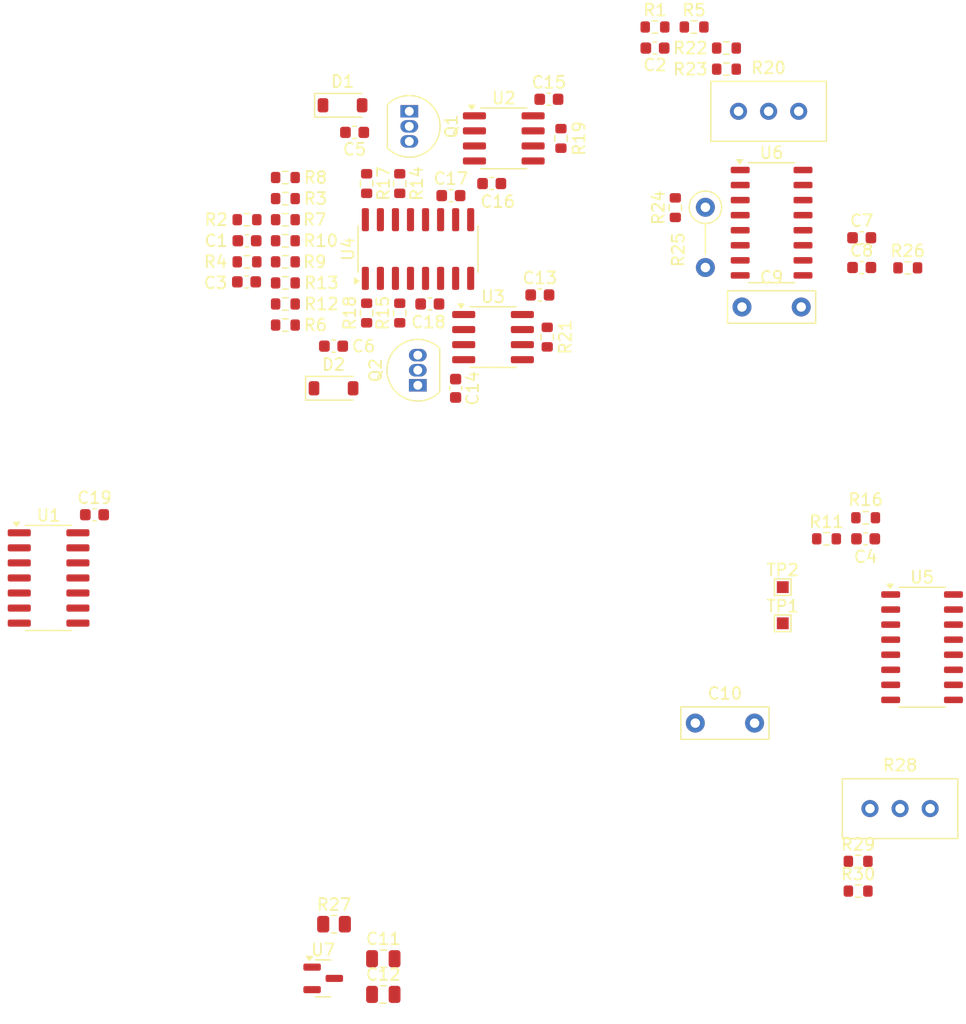
<source format=kicad_pcb>
(kicad_pcb (version 20241229) (generator "pcbnew") (generator_version "9.0")
  (layers (0 "F.Cu" signal) (2 "B.Cu" signal) (13 "F.Paste" user) (15 "B.Paste" user) (5 "F.SilkS" user "F.Silkscreen") (7 "B.SilkS" user "B.Silkscreen") (1 "F.Mask" user) (3 "B.Mask" user) (25 "Edge.Cuts" user))
  (net 0 "")
  (net 1 "GND")
  (net 2 "Net-(C1-Pad1)")
  (net 3 "+5V")
  (net 4 "Net-(D1-K)")
  (net 5 "Net-(D1-A)")
  (net 6 "+2V5")
  (net 7 "-12V")
  (net 8 "Net-(D2-A)")
  (net 9 "Net-(D2-K)")
  (net 10 "Net-(Q1-B)")
  (net 11 "Net-(Q1-C)")
  (net 12 "Net-(Q2-B)")
  (net 13 "Net-(Q2-C)")
  (net 14 "/Pitch_CV_A")
  (net 15 "Net-(U4A--)")
  (net 16 "/PMOD_A_AMT")
  (net 17 "Net-(U4A-+)")
  (net 18 "Net-(U3B--)")
  (net 19 "/PMOD_B_AMT")
  (net 20 "Net-(U4C--)")
  (net 21 "Net-(U4C-+)")
  (net 28 "/PMOD_A_EN")
  (net 29 "/PMOD_B_IN")
  (net 30 "/PMOD_B_EN")
  (net 31 "/PMOD_A_IN")
  (net 32 "Net-(C1-Pad2)")
  (net 33 "Net-(C2-Pad1)")
  (net 34 "Net-(C3-Pad2)")
  (net 35 "Net-(C3-Pad1)")
  (net 36 "Net-(C4-Pad1)")
  (net 37 "Net-(U6-SOFT_SYNC)")
  (net 39 "Net-(U6-HARD_SYNC)")
  (net 43 "Net-(R2-Pad2)")
  (net 44 "Net-(R3-Pad1)")
  (net 45 "Net-(R4-Pad2)")
  (net 46 "Net-(R12-Pad2)")
  (net 47 "Net-(R17-Pad2)")
  (net 48 "Net-(R18-Pad2)")
  (net 49 "Net-(U2B--)")
  (net 50 "Net-(R20-Pad2)")
  (net 51 "Net-(U6-HF_TRACK)")
  (net 85 "/A_EXPO_IN")
  (net 86 "/Pitch_CV_B")
  (net 87 "/B_EXPO_IN")
  (net 88 "Net-(R28-Pad2)")
  (net 89 "Net-(U6-TCAP)")
  (footprint "Package_TO_SOT_THT:TO-92_Inline" (layer "F.Cu") (at 118.474 112.014 90)
    (property "Reference" "Q2" (at 1.27 -3.56 90) (layer "F.SilkS"))
    (property "Value" "2N3906")
    (fp_line (start -0.53 1.85) (end 3.07 1.85) (stroke (width 0.12)) (layer "F.SilkS"))
    (fp_arc (start 1.27 -2.6) (mid 3.672087 -0.994977) (end 3.108478 1.838478) (stroke (width 0.12)) (layer "F.SilkS"))
    (fp_arc (start -0.568478 1.838478) (mid -1.132087 -0.994977) (end 1.27 -2.6) (stroke (width 0.12)) (layer "F.SilkS"))
    (pad "1" thru_hole rect (at 0 0 90) (size 1.05 1.5) (drill 0.75) (layers "*.Cu" "*.Mask") (net 8 "Net-(D2-A)"))
    (pad "2" thru_hole oval (at 1.27 0 90) (size 1.05 1.5) (drill 0.75) (layers "*.Cu" "*.Mask") (net 12 "Net-(Q2-B)"))
    (pad "3" thru_hole oval (at 2.54 0 90) (size 1.05 1.5) (drill 0.75) (layers "*.Cu" "*.Mask") (net 13 "Net-(Q2-C)"))
  )
  (footprint "Resistor_SMD:R_0603_1608Metric" (layer "F.Cu") (at 107.298 101.6)
    (property "Reference" "R9" (at 2.477 0 0) (layer "F.SilkS"))
    (property "Value" "3.9k")
    (fp_line (start -0.237258 -0.5225) (end 0.237258 -0.5225) (stroke (width 0.12)) (layer "F.SilkS"))
    (fp_line (start -0.237258 0.5225) (end 0.237258 0.5225) (stroke (width 0.12)) (layer "F.SilkS"))
    (pad "1" smd roundrect (at -0.825 0) (size 0.8 0.95) (layers "F.Cu" "F.Mask" "F.Paste") (net 45 "Net-(R4-Pad2)"))
    (pad "2" smd roundrect (at 0.825 0) (size 0.8 0.95) (layers "F.Cu" "F.Mask" "F.Paste") (net 20 "Net-(U4C--)"))
  )
  (footprint "Capacitor_SMD:C_0603_1608Metric" (layer "F.Cu") (at 138.493 83.566 180)
    (property "Reference" "C2" (at 0 -1.43 0) (layer "F.SilkS"))
    (property "Value" "220nF")
    (fp_line (start -0.14058 0.51) (end 0.14058 0.51) (stroke (width 0.12)) (layer "F.SilkS"))
    (fp_line (start -0.14058 -0.51) (end 0.14058 -0.51) (stroke (width 0.12)) (layer "F.SilkS"))
    (pad "1" smd roundrect (at -0.775 0 180) (size 0.9 0.95) (layers "F.Cu" "F.Mask" "F.Paste") (net 33 "Net-(C2-Pad1)"))
    (pad "2" smd roundrect (at 0.775 0 180) (size 0.9 0.95) (layers "F.Cu" "F.Mask" "F.Paste") (net 1 "GND"))
  )
  (footprint "Diode_SMD:D_SOD-123" (layer "F.Cu") (at 111.362 112.268)
    (property "Reference" "D2" (at 0 -2 0) (layer "F.SilkS"))
    (property "Value" "1N4148W")
    (fp_line (start -2.36 -1) (end -2.36 1) (stroke (width 0.12)) (layer "F.SilkS"))
    (fp_line (start -2.36 -1) (end 1.65 -1) (stroke (width 0.12)) (layer "F.SilkS"))
    (fp_line (start -2.36 1) (end 1.65 1) (stroke (width 0.12)) (layer "F.SilkS"))
    (pad "1" smd roundrect (at -1.65 0) (size 0.9 1.2) (layers "F.Cu" "F.Mask" "F.Paste") (net 9 "Net-(D2-K)"))
    (pad "2" smd roundrect (at 1.65 0) (size 0.9 1.2) (layers "F.Cu" "F.Mask" "F.Paste") (net 8 "Net-(D2-A)"))
  )
  (footprint "Resistor_SMD:R_0603_1608Metric" (layer "F.Cu") (at 107.298 96.266 180)
    (property "Reference" "R3" (at -2.54 0 0) (layer "F.SilkS"))
    (property "Value" "10k")
    (fp_line (start -0.237258 0.5225) (end 0.237258 0.5225) (stroke (width 0.12)) (layer "F.SilkS"))
    (fp_line (start -0.237258 -0.5225) (end 0.237258 -0.5225) (stroke (width 0.12)) (layer "F.SilkS"))
    (pad "1" smd roundrect (at -0.825 0 180) (size 0.8 0.95) (layers "F.Cu" "F.Mask" "F.Paste") (net 44 "Net-(R3-Pad1)"))
    (pad "2" smd roundrect (at 0.825 0 180) (size 0.8 0.95) (layers "F.Cu" "F.Mask" "F.Paste") (net 16 "/PMOD_A_AMT"))
  )
  (footprint "Resistor_SMD:R_0603_1608Metric" (layer "F.Cu") (at 107.298 98.044)
    (property "Reference" "R7" (at 2.477 0 0) (layer "F.SilkS"))
    (property "Value" "3.9k")
    (fp_line (start -0.237258 -0.5225) (end 0.237258 -0.5225) (stroke (width 0.12)) (layer "F.SilkS"))
    (fp_line (start -0.237258 0.5225) (end 0.237258 0.5225) (stroke (width 0.12)) (layer "F.SilkS"))
    (pad "1" smd roundrect (at -0.825 0) (size 0.8 0.95) (layers "F.Cu" "F.Mask" "F.Paste") (net 43 "Net-(R2-Pad2)"))
    (pad "2" smd roundrect (at 0.825 0) (size 0.8 0.95) (layers "F.Cu" "F.Mask" "F.Paste") (net 15 "Net-(U4A--)"))
  )
  (footprint "Resistor_SMD:R_0603_1608Metric" (layer "F.Cu") (at 138.493 81.788)
    (property "Reference" "R1" (at 0 -1.43 0) (layer "F.SilkS"))
    (property "Value" "680")
    (fp_line (start -0.237258 -0.5225) (end 0.237258 -0.5225) (stroke (width 0.12)) (layer "F.SilkS"))
    (fp_line (start -0.237258 0.5225) (end 0.237258 0.5225) (stroke (width 0.12)) (layer "F.SilkS"))
    (pad "1" smd roundrect (at -0.825 0) (size 0.8 0.95) (layers "F.Cu" "F.Mask" "F.Paste") (net 14 "/Pitch_CV_A"))
    (pad "2" smd roundrect (at 0.825 0) (size 0.8 0.95) (layers "F.Cu" "F.Mask" "F.Paste") (net 33 "Net-(C2-Pad1)"))
  )
  (footprint "Capacitor_SMD:C_0603_1608Metric" (layer "F.Cu") (at 104.018 103.288 180)
    (property "Reference" "C3" (at 2.616 -0.09 0) (layer "F.SilkS"))
    (property "Value" "470nF")
    (fp_line (start -0.14058 0.51) (end 0.14058 0.51) (stroke (width 0.12)) (layer "F.SilkS"))
    (fp_line (start -0.14058 -0.51) (end 0.14058 -0.51) (stroke (width 0.12)) (layer "F.SilkS"))
    (pad "1" smd roundrect (at -0.775 0 180) (size 0.9 0.95) (layers "F.Cu" "F.Mask" "F.Paste") (net 35 "Net-(C3-Pad1)"))
    (pad "2" smd roundrect (at 0.775 0 180) (size 0.9 0.95) (layers "F.Cu" "F.Mask" "F.Paste") (net 34 "Net-(C3-Pad2)"))
  )
  (footprint "Package_TO_SOT_SMD:SOT-23" (layer "F.Cu") (at 110.49 162.052)
    (property "Reference" "U7" (at 0 -2.4 0) (layer "F.SilkS"))
    (property "Value" "LM4040DBZ-2.5")
    (fp_line (start 0 -1.56) (end -0.65 -1.56) (stroke (width 0.12)) (layer "F.SilkS"))
    (fp_line (start 0 -1.56) (end 0.65 -1.56) (stroke (width 0.12)) (layer "F.SilkS"))
    (fp_line (start 0 1.56) (end -0.65 1.56) (stroke (width 0.12)) (layer "F.SilkS"))
    (fp_line (start 0 1.56) (end 0.65 1.56) (stroke (width 0.12)) (layer "F.SilkS"))
    (fp_poly (pts (xy -1.1625 -1.51) (xy -1.4025 -1.84) (xy -0.9225 -1.84)) (stroke (width 0.12)) (fill yes) (layer "F.SilkS"))
    (pad "1" smd roundrect (at -0.9375 -0.95) (size 1.475 0.6) (layers "F.Cu" "F.Mask" "F.Paste") (net 6 "+2V5"))
    (pad "2" smd roundrect (at -0.9375 0.95) (size 1.475 0.6) (layers "F.Cu" "F.Mask" "F.Paste") (net 1 "GND"))
    (pad "3" smd roundrect (at 0.9375 0) (size 1.475 0.6) (layers "F.Cu" "F.Mask" "F.Paste"))
  )
  (footprint "Capacitor_SMD:C_0603_1608Metric" (layer "F.Cu") (at 91.186 122.936)
    (property "Reference" "C19" (at 0 -1.43 0) (layer "F.SilkS"))
    (property "Value" "0.1uf")
    (fp_line (start -0.14058 -0.51) (end 0.14058 -0.51) (stroke (width 0.12)) (layer "F.SilkS"))
    (fp_line (start -0.14058 0.51) (end 0.14058 0.51) (stroke (width 0.12)) (layer "F.SilkS"))
    (pad "1" smd roundrect (at -0.775 0) (size 0.9 0.95) (layers "F.Cu" "F.Mask" "F.Paste") (net 3 "+5V"))
    (pad "2" smd roundrect (at 0.775 0) (size 0.9 0.95) (layers "F.Cu" "F.Mask" "F.Paste") (net 1 "GND"))
  )
  (footprint "Capacitor_SMD:C_0603_1608Metric" (layer "F.Cu") (at 111.362 108.712)
    (property "Reference" "C6" (at 2.54 0 0) (layer "F.SilkS"))
    (property "Value" "1nF")
    (fp_line (start -0.14058 -0.51) (end 0.14058 -0.51) (stroke (width 0.12)) (layer "F.SilkS"))
    (fp_line (start -0.14058 0.51) (end 0.14058 0.51) (stroke (width 0.12)) (layer "F.SilkS"))
    (pad "1" smd roundrect (at -0.775 0) (size 0.9 0.95) (layers "F.Cu" "F.Mask" "F.Paste") (net 9 "Net-(D2-K)"))
    (pad "2" smd roundrect (at 0.775 0) (size 0.9 0.95) (layers "F.Cu" "F.Mask" "F.Paste") (net 8 "Net-(D2-A)"))
  )
  (footprint "Potentiometer_THT:Potentiometer_Bourns_3296W_Vertical" (layer "F.Cu") (at 150.622 88.9)
    (property "Reference" "R20" (at -2.54 -3.66 0) (layer "F.SilkS"))
    (property "Value" "5k")
    (fp_line (start -7.415 -2.52) (end 2.335 -2.52) (stroke (width 0.12)) (layer "F.SilkS"))
    (fp_line (start -7.415 2.53) (end -7.415 -2.52) (stroke (width 0.12)) (layer "F.SilkS"))
    (fp_line (start 2.335 -2.52) (end 2.335 2.53) (stroke (width 0.12)) (layer "F.SilkS"))
    (fp_line (start 2.335 2.53) (end -7.415 2.53) (stroke (width 0.12)) (layer "F.SilkS"))
    (pad "1" thru_hole circle (at 0 0) (size 1.44 1.44) (drill 0.8) (layers "*.Cu" "*.Mask") (net 6 "+2V5"))
    (pad "2" thru_hole circle (at -2.54 0) (size 1.44 1.44) (drill 0.8) (layers "*.Cu" "*.Mask") (net 50 "Net-(R20-Pad2)"))
    (pad "3" thru_hole circle (at -5.08 0) (size 1.44 1.44) (drill 0.8) (layers "*.Cu" "*.Mask") (net 1 "GND"))
  )
  (footprint "TestPoint:TestPoint_Pad_1.0x1.0mm" (layer "F.Cu") (at 149.276 132.095)
    (property "Reference" "TP1" (at 0 -1.448 0) (layer "F.SilkS"))
    (property "Value" "2V5 TP")
    (fp_line (start -0.7 -0.7) (end 0.7 -0.7) (stroke (width 0.12)) (layer "F.SilkS"))
    (fp_line (start -0.7 0.7) (end -0.7 -0.7) (stroke (width 0.12)) (layer "F.SilkS"))
    (fp_line (start 0.7 -0.7) (end 0.7 0.7) (stroke (width 0.12)) (layer "F.SilkS"))
    (fp_line (start 0.7 0.7) (end -0.7 0.7) (stroke (width 0.12)) (layer "F.SilkS"))
    (pad "1" smd rect (at 0 0) (size 1 1) (layers "F.Cu" "F.Mask") (net 85 "/A_EXPO_IN"))
  )
  (footprint "Capacitor_SMD:C_0603_1608Metric" (layer "F.Cu") (at 155.943 102.078)
    (property "Reference" "C8" (at 0 -1.43 0) (layer "F.SilkS"))
    (property "Value" "10n")
    (fp_line (start -0.14058 -0.51) (end 0.14058 -0.51) (stroke (width 0.12)) (layer "F.SilkS"))
    (fp_line (start -0.14058 0.51) (end 0.14058 0.51) (stroke (width 0.12)) (layer "F.SilkS"))
    (pad "1" smd roundrect (at -0.775 0) (size 0.9 0.95) (layers "F.Cu" "F.Mask" "F.Paste"))
    (pad "2" smd roundrect (at 0.775 0) (size 0.9 0.95) (layers "F.Cu" "F.Mask" "F.Paste") (net 39 "Net-(U6-HARD_SYNC)"))
  )
  (footprint "Package_TO_SOT_THT:TO-92_Inline" (layer "F.Cu") (at 117.754 88.9 -90)
    (property "Reference" "Q1" (at 1.27 -3.56 90) (layer "F.SilkS"))
    (property "Value" "2N3906")
    (fp_line (start -0.53 1.85) (end 3.07 1.85) (stroke (width 0.12)) (layer "F.SilkS"))
    (fp_arc (start -0.568478 1.838478) (mid -1.132087 -0.994977) (end 1.27 -2.6) (stroke (width 0.12)) (layer "F.SilkS"))
    (fp_arc (start 1.27 -2.6) (mid 3.672087 -0.994977) (end 3.108478 1.838478) (stroke (width 0.12)) (layer "F.SilkS"))
    (pad "1" thru_hole rect (at 0 0 270) (size 1.05 1.5) (drill 0.75) (layers "*.Cu" "*.Mask") (net 5 "Net-(D1-A)"))
    (pad "2" thru_hole oval (at 1.27 0 270) (size 1.05 1.5) (drill 0.75) (layers "*.Cu" "*.Mask") (net 10 "Net-(Q1-B)"))
    (pad "3" thru_hole oval (at 2.54 0 270) (size 1.05 1.5) (drill 0.75) (layers "*.Cu" "*.Mask") (net 11 "Net-(Q1-C)"))
  )
  (footprint "Resistor_SMD:R_0603_1608Metric" (layer "F.Cu") (at 141.795 81.788)
    (property "Reference" "R5" (at 0 -1.43 0) (layer "F.SilkS"))
    (property "Value" "20k")
    (fp_line (start -0.237258 -0.5225) (end 0.237258 -0.5225) (stroke (width 0.12)) (layer "F.SilkS"))
    (fp_line (start -0.237258 0.5225) (end 0.237258 0.5225) (stroke (width 0.12)) (layer "F.SilkS"))
    (pad "1" smd roundrect (at -0.825 0) (size 0.8 0.95) (layers "F.Cu" "F.Mask" "F.Paste") (net 33 "Net-(C2-Pad1)"))
    (pad "2" smd roundrect (at 0.825 0) (size 0.8 0.95) (layers "F.Cu" "F.Mask" "F.Paste") (net 85 "/A_EXPO_IN"))
  )
  (footprint "Package_SO:SOIC-8_3.9x4.9mm_P1.27mm" (layer "F.Cu") (at 125.73 91.186)
    (property "Reference" "U2" (at 0 -3.4 0) (layer "F.SilkS"))
    (property "Value" "OPA1678")
    (fp_line (start 0 -2.56) (end -1.95 -2.56) (stroke (width 0.12)) (layer "F.SilkS"))
    (fp_line (start 0 -2.56) (end 1.95 -2.56) (stroke (width 0.12)) (layer "F.SilkS"))
    (fp_line (start 0 2.56) (end -1.95 2.56) (stroke (width 0.12)) (layer "F.SilkS"))
    (fp_line (start 0 2.56) (end 1.95 2.56) (stroke (width 0.12)) (layer "F.SilkS"))
    (fp_poly (pts (xy -2.7 -2.465) (xy -2.94 -2.795) (xy -2.46 -2.795)) (stroke (width 0.12)) (fill yes) (layer "F.SilkS"))
    (pad "1" smd roundrect (at -2.475 -1.905) (size 1.95 0.6) (layers "F.Cu" "F.Mask" "F.Paste") (net 10 "Net-(Q1-B)"))
    (pad "2" smd roundrect (at -2.475 -0.635) (size 1.95 0.6) (layers "F.Cu" "F.Mask" "F.Paste") (net 4 "Net-(D1-K)"))
    (pad "3" smd roundrect (at -2.475 0.635) (size 1.95 0.6) (layers "F.Cu" "F.Mask" "F.Paste") (net 1 "GND"))
    (pad "4" smd roundrect (at -2.475 1.905) (size 1.95 0.6) (layers "F.Cu" "F.Mask" "F.Paste") (net 7 "-12V"))
    (pad "5" smd roundrect (at 2.475 1.905) (size 1.95 0.6) (layers "F.Cu" "F.Mask" "F.Paste") (net 1 "GND"))
    (pad "6" smd roundrect (at 2.475 0.635) (size 1.95 0.6) (layers "F.Cu" "F.Mask" "F.Paste") (net 49 "Net-(U2B--)"))
    (pad "7" smd roundrect (at 2.475 -0.635) (size 1.95 0.6) (layers "F.Cu" "F.Mask" "F.Paste") (net 85 "/A_EXPO_IN"))
    (pad "8" smd roundrect (at 2.475 -1.905) (size 1.95 0.6) (layers "F.Cu" "F.Mask" "F.Paste") (net 3 "+5V"))
  )
  (footprint "Package_SO:SOIC-8_3.9x4.9mm_P1.27mm" (layer "F.Cu") (at 124.824 107.95)
    (property "Reference" "U3" (at 0 -3.4 0) (layer "F.SilkS"))
    (property "Value" "OPA1678")
    (fp_line (start 0 -2.56) (end -1.95 -2.56) (stroke (width 0.12)) (layer "F.SilkS"))
    (fp_line (start 0 -2.56) (end 1.95 -2.56) (stroke (width 0.12)) (layer "F.SilkS"))
    (fp_line (start 0 2.56) (end -1.95 2.56) (stroke (width 0.12)) (layer "F.SilkS"))
    (fp_line (start 0 2.56) (end 1.95 2.56) (stroke (width 0.12)) (layer "F.SilkS"))
    (fp_poly (pts (xy -2.7 -2.465) (xy -2.94 -2.795) (xy -2.46 -2.795)) (stroke (width 0.12)) (fill yes) (layer "F.SilkS"))
    (pad "1" smd roundrect (at -2.475 -1.905) (size 1.95 0.6) (layers "F.Cu" "F.Mask" "F.Paste") (net 12 "Net-(Q2-B)"))
    (pad "2" smd roundrect (at -2.475 -0.635) (size 1.95 0.6) (layers "F.Cu" "F.Mask" "F.Paste") (net 9 "Net-(D2-K)"))
    (pad "3" smd roundrect (at -2.475 0.635) (size 1.95 0.6) (layers "F.Cu" "F.Mask" "F.Paste") (net 1 "GND"))
    (pad "4" smd roundrect (at -2.475 1.905) (size 1.95 0.6) (layers "F.Cu" "F.Mask" "F.Paste") (net 7 "-12V"))
    (pad "5" smd roundrect (at 2.475 1.905) (size 1.95 0.6) (layers "F.Cu" "F.Mask" "F.Paste") (net 1 "GND"))
    (pad "6" smd roundrect (at 2.475 0.635) (size 1.95 0.6) (layers "F.Cu" "F.Mask" "F.Paste") (net 18 "Net-(U3B--)"))
    (pad "7" smd roundrect (at 2.475 -0.635) (size 1.95 0.6) (layers "F.Cu" "F.Mask" "F.Paste") (net 87 "/B_EXPO_IN"))
    (pad "8" smd roundrect (at 2.475 -1.905) (size 1.95 0.6) (layers "F.Cu" "F.Mask" "F.Paste") (net 3 "+5V"))
  )
  (footprint "Resistor_SMD:R_0603_1608Metric" (layer "F.Cu") (at 152.971 124.968)
    (property "Reference" "R11" (at 0 -1.43 0) (layer "F.SilkS"))
    (property "Value" "680")
    (fp_line (start -0.237258 -0.5225) (end 0.237258 -0.5225) (stroke (width 0.12)) (layer "F.SilkS"))
    (fp_line (start -0.237258 0.5225) (end 0.237258 0.5225) (stroke (width 0.12)) (layer "F.SilkS"))
    (pad "1" smd roundrect (at -0.825 0) (size 0.8 0.95) (layers "F.Cu" "F.Mask" "F.Paste") (net 86 "/Pitch_CV_B"))
    (pad "2" smd roundrect (at 0.825 0) (size 0.8 0.95) (layers "F.Cu" "F.Mask" "F.Paste") (net 36 "Net-(C4-Pad1)"))
  )
  (footprint "Diode_SMD:D_SOD-123" (layer "F.Cu") (at 112.124 88.392)
    (property "Reference" "D1" (at 0 -2 0) (layer "F.SilkS"))
    (property "Value" "1N4148W")
    (fp_line (start -2.36 -1) (end -2.36 1) (stroke (width 0.12)) (layer "F.SilkS"))
    (fp_line (start -2.36 -1) (end 1.65 -1) (stroke (width 0.12)) (layer "F.SilkS"))
    (fp_line (start -2.36 1) (end 1.65 1) (stroke (width 0.12)) (layer "F.SilkS"))
    (pad "1" smd roundrect (at -1.65 0) (size 0.9 1.2) (layers "F.Cu" "F.Mask" "F.Paste") (net 4 "Net-(D1-K)"))
    (pad "2" smd roundrect (at 1.65 0) (size 0.9 1.2) (layers "F.Cu" "F.Mask" "F.Paste") (net 5 "Net-(D1-A)"))
  )
  (footprint "Capacitor_SMD:C_0805_2012Metric" (layer "F.Cu") (at 115.562 163.404)
    (property "Reference" "C12" (at 0 -1.68 0) (layer "F.SilkS"))
    (property "Value" "1uf")
    (fp_line (start -0.261252 -0.735) (end 0.261252 -0.735) (stroke (width 0.12)) (layer "F.SilkS"))
    (fp_line (start -0.261252 0.735) (end 0.261252 0.735) (stroke (width 0.12)) (layer "F.SilkS"))
    (pad "1" smd roundrect (at -0.95 0) (size 1 1.45) (layers "F.Cu" "F.Mask" "F.Paste") (net 6 "+2V5"))
    (pad "2" smd roundrect (at 0.95 0) (size 1 1.45) (layers "F.Cu" "F.Mask" "F.Paste") (net 1 "GND"))
  )
  (footprint "Resistor_SMD:R_0603_1608Metric" (layer "F.Cu") (at 116.95 94.996 -90)
    (property "Reference" "R14" (at 0 -1.43 90) (layer "F.SilkS"))
    (property "Value" "1k")
    (fp_line (start -0.237258 0.5225) (end 0.237258 0.5225) (stroke (width 0.12)) (layer "F.SilkS"))
    (fp_line (start -0.237258 -0.5225) (end 0.237258 -0.5225) (stroke (width 0.12)) (layer "F.SilkS"))
    (pad "1" smd roundrect (at -0.825 0 270) (size 0.8 0.95) (layers "F.Cu" "F.Mask" "F.Paste") (net 1 "GND"))
    (pad "2" smd roundrect (at 0.825 0 270) (size 0.8 0.95) (layers "F.Cu" "F.Mask" "F.Paste") (net 17 "Net-(U4A-+)"))
  )
  (footprint "Resistor_SMD:R_0603_1608Metric" (layer "F.Cu") (at 114.156 94.996 -90)
    (property "Reference" "R17" (at 0 -1.43 90) (layer "F.SilkS"))
    (property "Value" "6.8k")
    (fp_line (start -0.237258 0.5225) (end 0.237258 0.5225) (stroke (width 0.12)) (layer "F.SilkS"))
    (fp_line (start -0.237258 -0.5225) (end 0.237258 -0.5225) (stroke (width 0.12)) (layer "F.SilkS"))
    (pad "1" smd roundrect (at -0.825 0 270) (size 0.8 0.95) (layers "F.Cu" "F.Mask" "F.Paste") (net 11 "Net-(Q1-C)"))
    (pad "2" smd roundrect (at 0.825 0 270) (size 0.8 0.95) (layers "F.Cu" "F.Mask" "F.Paste") (net 47 "Net-(R17-Pad2)"))
  )
  (footprint "Capacitor_SMD:C_0603_1608Metric" (layer "F.Cu") (at 121.268 96.012)
    (property "Reference" "C17" (at 0 -1.43 0) (layer "F.SilkS"))
    (property "Value" "0.1uf")
    (fp_line (start -0.14058 -0.51) (end 0.14058 -0.51) (stroke (width 0.12)) (layer "F.SilkS"))
    (fp_line (start -0.14058 0.51) (end 0.14058 0.51) (stroke (width 0.12)) (layer "F.SilkS"))
    (pad "1" smd roundrect (at -0.775 0) (size 0.9 0.95) (layers "F.Cu" "F.Mask" "F.Paste") (net 3 "+5V"))
    (pad "2" smd roundrect (at 0.775 0) (size 0.9 0.95) (layers "F.Cu" "F.Mask" "F.Paste") (net 1 "GND"))
  )
  (footprint "Resistor_SMD:R_0603_1608Metric" (layer "F.Cu") (at 107.298 103.378 180)
    (property "Reference" "R13" (at -3.048 0 0) (layer "F.SilkS"))
    (property "Value" "1k")
    (fp_line (start -0.237258 0.5225) (end 0.237258 0.5225) (stroke (width 0.12)) (layer "F.SilkS"))
    (fp_line (start -0.237258 -0.5225) (end 0.237258 -0.5225) (stroke (width 0.12)) (layer "F.SilkS"))
    (pad "1" smd roundrect (at -0.825 0 180) (size 0.8 0.95) (layers "F.Cu" "F.Mask" "F.Paste") (net 1 "GND"))
    (pad "2" smd roundrect (at 0.825 0 180) (size 0.8 0.95) (layers "F.Cu" "F.Mask" "F.Paste") (net 20 "Net-(U4C--)"))
  )
  (footprint "TestPoint:TestPoint_Pad_1.0x1.0mm" (layer "F.Cu") (at 149.276 129.045)
    (property "Reference" "TP2" (at 0 -1.448 0) (layer "F.SilkS"))
    (property "Value" "2V5 TP")
    (fp_line (start -0.7 -0.7) (end 0.7 -0.7) (stroke (width 0.12)) (layer "F.SilkS"))
    (fp_line (start -0.7 0.7) (end -0.7 -0.7) (stroke (width 0.12)) (layer "F.SilkS"))
    (fp_line (start 0.7 -0.7) (end 0.7 0.7) (stroke (width 0.12)) (layer "F.SilkS"))
    (fp_line (start 0.7 0.7) (end -0.7 0.7) (stroke (width 0.12)) (layer "F.SilkS"))
    (pad "1" smd rect (at 0 0) (size 1 1) (layers "F.Cu" "F.Mask") (net 6 "+2V5"))
  )
  (footprint "Capacitor_THT:C_Rect_L7.2mm_W2.5mm_P5.00mm_FKS2_FKP2_MKS2_MKP2" (layer "F.Cu") (at 141.896 140.515)
    (property "Reference" "C10" (at 2.5 -2.5 0) (layer "F.SilkS"))
    (property "Value" "3.9nf")
    (fp_line (start -1.22 -1.37) (end 6.22 -1.37) (stroke (width 0.12)) (layer "F.SilkS"))
    (fp_line (start -1.22 1.37) (end -1.22 -1.37) (stroke (width 0.12)) (layer "F.SilkS"))
    (fp_line (start 6.22 -1.37) (end 6.22 1.37) (stroke (width 0.12)) (layer "F.SilkS"))
    (fp_line (start 6.22 1.37) (end -1.22 1.37) (stroke (width 0.12)) (layer "F.SilkS"))
    (pad "1" thru_hole circle (at 0 0) (size 1.6 1.6) (drill 0.8) (layers "*.Cu" "*.Mask"))
    (pad "2" thru_hole circle (at 5 0) (size 1.6 1.6) (drill 0.8) (layers "*.Cu" "*.Mask"))
  )
  (footprint "Potentiometer_THT:Potentiometer_Bourns_3296W_Vertical" (layer "F.Cu") (at 161.719 147.726)
    (property "Reference" "R28" (at -2.54 -3.66 0) (layer "F.SilkS"))
    (property "Value" "5k")
    (fp_line (start -7.415 -2.52) (end 2.335 -2.52) (stroke (width 0.12)) (layer "F.SilkS"))
    (fp_line (start -7.415 2.53) (end -7.415 -2.52) (stroke (width 0.12)) (layer "F.SilkS"))
    (fp_line (start 2.335 -2.52) (end 2.335 2.53) (stroke (width 0.12)) (layer "F.SilkS"))
    (fp_line (start 2.335 2.53) (end -7.415 2.53) (stroke (width 0.12)) (layer "F.SilkS"))
    (pad "1" thru_hole circle (at 0 0) (size 1.44 1.44) (drill 0.8) (layers "*.Cu" "*.Mask") (net 6 "+2V5"))
    (pad "2" thru_hole circle (at -2.54 0) (size 1.44 1.44) (drill 0.8) (layers "*.Cu" "*.Mask") (net 88 "Net-(R28-Pad2)"))
    (pad "3" thru_hole circle (at -5.08 0) (size 1.44 1.44) (drill 0.8) (layers "*.Cu" "*.Mask") (net 1 "GND"))
  )
  (footprint "Package_SO:STC_SOP-16_3.9x9.9mm_P1.27mm" (layer "F.Cu") (at 161.036 134.112)
    (property "Reference" "U5" (at 0 -5.9 0) (layer "F.SilkS"))
    (property "Value" "SSI2131")
    (fp_line (start 0 -5.06) (end -1.95 -5.06) (stroke (width 0.12)) (layer "F.SilkS"))
    (fp_line (start 0 -5.06) (end 1.95 -5.06) (stroke (width 0.12)) (layer "F.SilkS"))
    (fp_line (start 0 5.06) (end -1.95 5.06) (stroke (width 0.12)) (layer "F.SilkS"))
    (fp_line (start 0 5.06) (end 1.95 5.06) (stroke (width 0.12)) (layer "F.SilkS"))
    (fp_poly (pts (xy -2.7 -4.98) (xy -2.94 -5.31) (xy -2.46 -5.31)) (stroke (width 0.12)) (fill yes) (layer "F.SilkS"))
    (pad "1" smd roundrect (at -2.65 -4.445) (size 1.6 0.55) (layers "F.Cu" "F.Mask" "F.Paste"))
    (pad "2" smd roundrect (at -2.65 -3.175) (size 1.6 0.55) (layers "F.Cu" "F.Mask" "F.Paste"))
    (pad "3" smd roundrect (at -2.65 -1.905) (size 1.6 0.55) (layers "F.Cu" "F.Mask" "F.Paste"))
    (pad "4" smd roundrect (at -2.65 -0.635) (size 1.6 0.55) (layers "F.Cu" "F.Mask" "F.Paste"))
    (pad "5" smd roundrect (at -2.65 0.635) (size 1.6 0.55) (layers "F.Cu" "F.Mask" "F.Paste"))
    (pad "6" smd roundrect (at -2.65 1.905) (size 1.6 0.55) (layers "F.Cu" "F.Mask" "F.Paste") (net 87 "/B_EXPO_IN"))
    (pad "7" smd roundrect (at -2.65 3.175) (size 1.6 0.55) (layers "F.Cu" "F.Mask" "F.Paste"))
    (pad "8" smd roundrect (at -2.65 4.445) (size 1.6 0.55) (layers "F.Cu" "F.Mask" "F.Paste"))
    (pad "9" smd roundrect (at 2.65 4.445) (size 1.6 0.55) (layers "F.Cu" "F.Mask" "F.Paste"))
    (pad "10" smd roundrect (at 2.65 3.175) (size 1.6 0.55) (layers "F.Cu" "F.Mask" "F.Paste"))
    (pad "11" smd roundrect (at 2.65 1.905) (size 1.6 0.55) (layers "F.Cu" "F.Mask" "F.Paste"))
    (pad "12" smd roundrect (at 2.65 0.635) (size 1.6 0.55) (layers "F.Cu" "F.Mask" "F.Paste"))
    (pad "13" smd roundrect (at 2.65 -0.635) (size 1.6 0.55) (layers "F.Cu" "F.Mask" "F.Paste"))
    (pad "14" smd roundrect (at 2.65 -1.905) (size 1.6 0.55) (layers "F.Cu" "F.Mask" "F.Paste"))
    (pad "15" smd roundrect (at 2.65 -3.175) (size 1.6 0.55) (layers "F.Cu" "F.Mask" "F.Paste"))
    (pad "16" smd roundrect (at 2.65 -4.445) (size 1.6 0.55) (layers "F.Cu" "F.Mask" "F.Paste"))
  )
  (footprint "Capacitor_SMD:C_0603_1608Metric" (layer "F.Cu") (at 121.666 112.268 -90)
    (property "Reference" "C14" (at 0 -1.43 90) (layer "F.SilkS"))
    (property "Value" "0.1uf")
    (fp_line (start -0.14058 0.51) (end 0.14058 0.51) (stroke (width 0.12)) (layer "F.SilkS"))
    (fp_line (start -0.14058 -0.51) (end 0.14058 -0.51) (stroke (width 0.12)) (layer "F.SilkS"))
    (pad "1" smd roundrect (at -0.775 0 270) (size 0.9 0.95) (layers "F.Cu" "F.Mask" "F.Paste") (net 7 "-12V"))
    (pad "2" smd roundrect (at 0.775 0 270) (size 0.9 0.95) (layers "F.Cu" "F.Mask" "F.Paste") (net 1 "GND"))
  )
  (footprint "Resistor_SMD:R_0603_1608Metric" (layer "F.Cu") (at 155.639 152.176)
    (property "Reference" "R29" (at 0 -1.43 0) (layer "F.SilkS"))
    (property "Value" "10k")
    (fp_line (start -0.237258 -0.5225) (end 0.237258 -0.5225) (stroke (width 0.12)) (layer "F.SilkS"))
    (fp_line (start -0.237258 0.5225) (end 0.237258 0.5225) (stroke (width 0.12)) (layer "F.SilkS"))
    (pad "1" smd roundrect (at -0.825 0) (size 0.8 0.95) (layers "F.Cu" "F.Mask" "F.Paste") (net 88 "Net-(R28-Pad2)"))
    (pad "2" smd roundrect (at 0.825 0) (size 0.8 0.95) (layers "F.Cu" "F.Mask" "F.Paste") (net 87 "/B_EXPO_IN"))
  )
  (footprint "Resistor_SMD:R_0603_1608Metric" (layer "F.Cu") (at 140.208 97.028 90)
    (property "Reference" "R24" (at 0 -1.43 90) (layer "F.SilkS"))
    (property "Value" "4.3k")
    (fp_line (start -0.237258 -0.5225) (end 0.237258 -0.5225) (stroke (width 0.12)) (layer "F.SilkS"))
    (fp_line (start -0.237258 0.5225) (end 0.237258 0.5225) (stroke (width 0.12)) (layer "F.SilkS"))
    (pad "1" smd roundrect (at -0.825 0 90) (size 0.8 0.95) (layers "F.Cu" "F.Mask" "F.Paste") (net 1 "GND"))
    (pad "2" smd roundrect (at 0.825 0 90) (size 0.8 0.95) (layers "F.Cu" "F.Mask" "F.Paste") (net 51 "Net-(U6-HF_TRACK)"))
  )
  (footprint "Capacitor_SMD:C_0603_1608Metric" (layer "F.Cu") (at 155.943 99.568)
    (property "Reference" "C7" (at 0 -1.43 0) (layer "F.SilkS"))
    (property "Value" "10n")
    (fp_line (start -0.14058 -0.51) (end 0.14058 -0.51) (stroke (width 0.12)) (layer "F.SilkS"))
    (fp_line (start -0.14058 0.51) (end 0.14058 0.51) (stroke (width 0.12)) (layer "F.SilkS"))
    (pad "1" smd roundrect (at -0.775 0) (size 0.9 0.95) (layers "F.Cu" "F.Mask" "F.Paste"))
    (pad "2" smd roundrect (at 0.775 0) (size 0.9 0.95) (layers "F.Cu" "F.Mask" "F.Paste") (net 37 "Net-(U6-SOFT_SYNC)"))
  )
  (footprint "Resistor_SMD:R_0603_1608Metric" (layer "F.Cu") (at 144.526 85.344)
    (property "Reference" "R23" (at -3.048 0 0) (layer "F.SilkS"))
    (property "Value" "100k")
    (fp_line (start -0.237258 -0.5225) (end 0.237258 -0.5225) (stroke (width 0.12)) (layer "F.SilkS"))
    (fp_line (start -0.237258 0.5225) (end 0.237258 0.5225) (stroke (width 0.12)) (layer "F.SilkS"))
    (pad "1" smd roundrect (at -0.825 0) (size 0.8 0.95) (layers "F.Cu" "F.Mask" "F.Paste") (net 85 "/A_EXPO_IN"))
    (pad "2" smd roundrect (at 0.825 0) (size 0.8 0.95) (layers "F.Cu" "F.Mask" "F.Paste") (net 6 "+2V5"))
  )
  (footprint "Capacitor_SMD:C_0603_1608Metric" (layer "F.Cu") (at 113.14 90.678 180)
    (property "Reference" "C5" (at 0 -1.43 0) (layer "F.SilkS"))
    (property "Value" "1nF")
    (fp_line (start -0.14058 0.51) (end 0.14058 0.51) (stroke (width 0.12)) (layer "F.SilkS"))
    (fp_line (start -0.14058 -0.51) (end 0.14058 -0.51) (stroke (width 0.12)) (layer "F.SilkS"))
    (pad "1" smd roundrect (at -0.775 0 180) (size 0.9 0.95) (layers "F.Cu" "F.Mask" "F.Paste") (net 4 "Net-(D1-K)"))
    (pad "2" smd roundrect (at 0.775 0 180) (size 0.9 0.95) (layers "F.Cu" "F.Mask" "F.Paste") (net 5 "Net-(D1-A)"))
  )
  (footprint "Package_SO:STC_SOP-16_3.9x9.9mm_P1.27mm" (layer "F.Cu") (at 148.336 98.298)
    (property "Reference" "U6" (at 0 -5.9 0) (layer "F.SilkS"))
    (property "Value" "SSI2131")
    (fp_line (start 0 -5.06) (end -1.95 -5.06) (stroke (width 0.12)) (layer "F.SilkS"))
    (fp_line (start 0 -5.06) (end 1.95 -5.06) (stroke (width 0.12)) (layer "F.SilkS"))
    (fp_line (start 0 5.06) (end -1.95 5.06) (stroke (width 0.12)) (layer "F.SilkS"))
    (fp_line (start 0 5.06) (end 1.95 5.06) (stroke (width 0.12)) (layer "F.SilkS"))
    (fp_poly (pts (xy -2.7 -4.98) (xy -2.94 -5.31) (xy -2.46 -5.31)) (stroke (width 0.12)) (fill yes) (layer "F.SilkS"))
    (pad "1" smd roundrect (at -2.65 -4.445) (size 1.6 0.55) (layers "F.Cu" "F.Mask" "F.Paste"))
    (pad "2" smd roundrect (at -2.65 -3.175) (size 1.6 0.55) (layers "F.Cu" "F.Mask" "F.Paste"))
    (pad "3" smd roundrect (at -2.65 -1.905) (size 1.6 0.55) (layers "F.Cu" "F.Mask" "F.Paste"))
    (pad "4" smd roundrect (at -2.65 -0.635) (size 1.6 0.55) (layers "F.Cu" "F.Mask" "F.Paste"))
    (pad "5" smd roundrect (at -2.65 0.635) (size 1.6 0.55) (layers "F.Cu" "F.Mask" "F.Paste") (net 51 "Net-(U6-HF_TRACK)"))
    (pad "6" smd roundrect (at -2.65 1.905) (size 1.6 0.55) (layers "F.Cu" "F.Mask" "F.Paste") (net 85 "/A_EXPO_IN"))
    (pad "7" smd roundrect (at -2.65 3.175) (size 1.6 0.55) (layers "F.Cu" "F.Mask" "F.Paste"))
    (pad "8" smd roundrect (at -2.65 4.445) (size 1.6 0.55) (layers "F.Cu" "F.Mask" "F.Paste") (net 89 "Net-(U6-TCAP)"))
    (pad "9" smd roundrect (at 2.65 4.445) (size 1.6 0.55) (layers "F.Cu" "F.Mask" "F.Paste"))
    (pad "10" smd roundrect (at 2.65 3.175) (size 1.6 0.55) (layers "F.Cu" "F.Mask" "F.Paste") (net 39 "Net-(U6-HARD_SYNC)"))
    (pad "11" smd roundrect (at 2.65 1.905) (size 1.6 0.55) (layers "F.Cu" "F.Mask" "F.Paste") (net 37 "Net-(U6-SOFT_SYNC)"))
    (pad "12" smd roundrect (at 2.65 0.635) (size 1.6 0.55) (layers "F.Cu" "F.Mask" "F.Paste"))
    (pad "13" smd roundrect (at 2.65 -0.635) (size 1.6 0.55) (layers "F.Cu" "F.Mask" "F.Paste"))
    (pad "14" smd roundrect (at 2.65 -1.905) (size 1.6 0.55) (layers "F.Cu" "F.Mask" "F.Paste"))
    (pad "15" smd roundrect (at 2.65 -3.175) (size 1.6 0.55) (layers "F.Cu" "F.Mask" "F.Paste"))
    (pad "16" smd roundrect (at 2.65 -4.445) (size 1.6 0.55) (layers "F.Cu" "F.Mask" "F.Paste"))
  )
  (footprint "Resistor_SMD:R_0603_1608Metric" (layer "F.Cu") (at 155.639 154.686)
    (property "Reference" "R30" (at 0 -1.43 0) (layer "F.SilkS"))
    (property "Value" "100k")
    (fp_line (start -0.237258 -0.5225) (end 0.237258 -0.5225) (stroke (width 0.12)) (layer "F.SilkS"))
    (fp_line (start -0.237258 0.5225) (end 0.237258 0.5225) (stroke (width 0.12)) (layer "F.SilkS"))
    (pad "1" smd roundrect (at -0.825 0) (size 0.8 0.95) (layers "F.Cu" "F.Mask" "F.Paste") (net 87 "/B_EXPO_IN"))
    (pad "2" smd roundrect (at 0.825 0) (size 0.8 0.95) (layers "F.Cu" "F.Mask" "F.Paste") (net 6 "+2V5"))
  )
  (footprint "Package_SO:SOIC-16_3.9x9.9mm_P1.27mm" (layer "F.Cu") (at 118.491 100.519 90)
    (property "Reference" "U4" (at 0 -5.9 90) (layer "F.SilkS"))
    (property "Value" "LM13700")
    (fp_line (start 0 -5.06) (end 1.95 -5.06) (stroke (width 0.12)) (layer "F.SilkS"))
    (fp_line (start 0 -5.06) (end -1.95 -5.06) (stroke (width 0.12)) (layer "F.SilkS"))
    (fp_line (start 0 5.06) (end 1.95 5.06) (stroke (width 0.12)) (layer "F.SilkS"))
    (fp_line (start 0 5.06) (end -1.95 5.06) (stroke (width 0.12)) (layer "F.SilkS"))
    (fp_poly (pts (xy -2.7 -5.005) (xy -2.94 -5.335) (xy -2.46 -5.335)) (stroke (width 0.12)) (fill yes) (layer "F.SilkS"))
    (pad "1" smd roundrect (at -2.475 -4.445 90) (size 1.95 0.6) (layers "F.Cu" "F.Mask" "F.Paste") (net 48 "Net-(R18-Pad2)"))
    (pad "2" smd roundrect (at -2.475 -3.175 90) (size 1.95 0.6) (layers "F.Cu" "F.Mask" "F.Paste"))
    (pad "3" smd roundrect (at -2.475 -1.905 90) (size 1.95 0.6) (layers "F.Cu" "F.Mask" "F.Paste") (net 21 "Net-(U4C-+)"))
    (pad "4" smd roundrect (at -2.475 -0.635 90) (size 1.95 0.6) (layers "F.Cu" "F.Mask" "F.Paste") (net 20 "Net-(U4C--)"))
    (pad "5" smd roundrect (at -2.475 0.635 90) (size 1.95 0.6) (layers "F.Cu" "F.Mask" "F.Paste") (net 18 "Net-(U3B--)"))
    (pad "6" smd roundrect (at -2.475 1.905 90) (size 1.95 0.6) (layers "F.Cu" "F.Mask" "F.Paste") (net 7 "-12V"))
    (pad "7" smd roundrect (at -2.475 3.175 90) (size 1.95 0.6) (layers "F.Cu" "F.Mask" "F.Paste"))
    (pad "8" smd roundrect (at -2.475 4.445 90) (size 1.95 0.6) (layers "F.Cu" "F.Mask" "F.Paste"))
    (pad "9" smd roundrect (at 2.475 4.445 90) (size 1.95 0.6) (layers "F.Cu" "F.Mask" "F.Paste"))
    (pad "10" smd roundrect (at 2.475 3.175 90) (size 1.95 0.6) (layers "F.Cu" "F.Mask" "F.Paste"))
    (pad "11" smd roundrect (at 2.475 1.905 90) (size 1.95 0.6) (layers "F.Cu" "F.Mask" "F.Paste") (net 3 "+5V"))
    (pad "12" smd roundrect (at 2.475 0.635 90) (size 1.95 0.6) (layers "F.Cu" "F.Mask" "F.Paste") (net 49 "Net-(U2B--)"))
    (pad "13" smd roundrect (at 2.475 -0.635 90) (size 1.95 0.6) (layers "F.Cu" "F.Mask" "F.Paste") (net 15 "Net-(U4A--)"))
    (pad "14" smd roundrect (at 2.475 -1.905 90) (size 1.95 0.6) (layers "F.Cu" "F.Mask" "F.Paste") (net 17 "Net-(U4A-+)"))
    (pad "15" smd roundrect (at 2.475 -3.175 90) (size 1.95 0.6) (layers "F.Cu" "F.Mask" "F.Paste"))
    (pad "16" smd roundrect (at 2.475 -4.445 90) (size 1.95 0.6) (layers "F.Cu" "F.Mask" "F.Paste") (net 47 "Net-(R17-Pad2)"))
  )
  (footprint "Resistor_SMD:R_0603_1608Metric" (layer "F.Cu") (at 116.95 105.918 90)
    (property "Reference" "R15" (at 0 -1.43 90) (layer "F.SilkS"))
    (property "Value" "1k")
    (fp_line (start -0.237258 -0.5225) (end 0.237258 -0.5225) (stroke (width 0.12)) (layer "F.SilkS"))
    (fp_line (start -0.237258 0.5225) (end 0.237258 0.5225) (stroke (width 0.12)) (layer "F.SilkS"))
    (pad "1" smd roundrect (at -0.825 0 90) (size 0.8 0.95) (layers "F.Cu" "F.Mask" "F.Paste") (net 1 "GND"))
    (pad "2" smd roundrect (at 0.825 0 90) (size 0.8 0.95) (layers "F.Cu" "F.Mask" "F.Paste") (net 21 "Net-(U4C-+)"))
  )
  (footprint "Resistor_SMD:R_0603_1608Metric" (layer "F.Cu") (at 156.273 123.19 180)
    (property "Reference" "R16" (at 0 1.524 0) (layer "F.SilkS"))
    (property "Value" "20k")
    (fp_line (start -0.237258 0.5225) (end 0.237258 0.5225) (stroke (width 0.12)) (layer "F.SilkS"))
    (fp_line (start -0.237258 -0.5225) (end 0.237258 -0.5225) (stroke (width 0.12)) (layer "F.SilkS"))
    (pad "1" smd roundrect (at -0.825 0 180) (size 0.8 0.95) (layers "F.Cu" "F.Mask" "F.Paste") (net 36 "Net-(C4-Pad1)"))
    (pad "2" smd roundrect (at 0.825 0 180) (size 0.8 0.95) (layers "F.Cu" "F.Mask" "F.Paste") (net 87 "/B_EXPO_IN"))
  )
  (footprint "Package_SO:SOIC-14_3.9x8.7mm_P1.27mm" (layer "F.Cu") (at 87.311 128.27)
    (property "Reference" "U1" (at 0 -5.28 0) (layer "F.SilkS"))
    (property "Value" "CD4066BM")
    (fp_line (start 0 -4.435) (end -1.95 -4.435) (stroke (width 0.12)) (layer "F.SilkS"))
    (fp_line (start 0 -4.435) (end 1.95 -4.435) (stroke (width 0.12)) (layer "F.SilkS"))
    (fp_line (start 0 4.435) (end -1.95 4.435) (stroke (width 0.12)) (layer "F.SilkS"))
    (fp_line (start 0 4.435) (end 1.95 4.435) (stroke (width 0.12)) (layer "F.SilkS"))
    (fp_poly (pts (xy -2.7 -4.37) (xy -2.94 -4.7) (xy -2.46 -4.7)) (stroke (width 0.12)) (fill yes) (layer "F.SilkS"))
    (pad "1" smd roundrect (at -2.475 -3.81) (size 1.95 0.6) (layers "F.Cu" "F.Mask" "F.Paste") (net 31 "/PMOD_A_IN"))
    (pad "2" smd roundrect (at -2.475 -2.54) (size 1.95 0.6) (layers "F.Cu" "F.Mask" "F.Paste") (net 2 "Net-(C1-Pad1)"))
    (pad "3" smd roundrect (at -2.475 -1.27) (size 1.95 0.6) (layers "F.Cu" "F.Mask" "F.Paste") (net 35 "Net-(C3-Pad1)"))
    (pad "4" smd roundrect (at -2.475 0) (size 1.95 0.6) (layers "F.Cu" "F.Mask" "F.Paste") (net 29 "/PMOD_B_IN"))
    (pad "5" smd roundrect (at -2.475 1.27) (size 1.95 0.6) (layers "F.Cu" "F.Mask" "F.Paste") (net 30 "/PMOD_B_EN"))
    (pad "6" smd roundrect (at -2.475 2.54) (size 1.95 0.6) (layers "F.Cu" "F.Mask" "F.Paste"))
    (pad "7" smd roundrect (at -2.475 3.81) (size 1.95 0.6) (layers "F.Cu" "F.Mask" "F.Paste") (net 1 "GND"))
    (pad "8" smd roundrect (at 2.475 3.81) (size 1.95 0.6) (layers "F.Cu" "F.Mask" "F.Paste"))
    (pad "9" smd roundrect (at 2.475 2.54) (size 1.95 0.6) (layers "F.Cu" "F.Mask" "F.Paste"))
    (pad "10" smd roundrect (at 2.475 1.27) (size 1.95 0.6) (layers "F.Cu" "F.Mask" "F.Paste"))
    (pad "11" smd roundrect (at 2.475 0) (size 1.95 0.6) (layers "F.Cu" "F.Mask" "F.Paste"))
    (pad "12" smd roundrect (at 2.475 -1.27) (size 1.95 0.6) (layers "F.Cu" "F.Mask" "F.Paste"))
    (pad "13" smd roundrect (at 2.475 -2.54) (size 1.95 0.6) (layers "F.Cu" "F.Mask" "F.Paste") (net 28 "/PMOD_A_EN"))
    (pad "14" smd roundrect (at 2.475 -3.81) (size 1.95 0.6) (layers "F.Cu" "F.Mask" "F.Paste") (net 3 "+5V"))
  )
  (footprint "Resistor_SMD:R_0805_2012Metric" (layer "F.Cu") (at 111.4025 157.48)
    (property "Reference" "R27" (at 0 -1.65 0) (layer "F.SilkS"))
    (property "Value" "2k")
    (fp_line (start -0.227064 -0.735) (end 0.227064 -0.735) (stroke (width 0.12)) (layer "F.SilkS"))
    (fp_line (start -0.227064 0.735) (end 0.227064 0.735) (stroke (width 0.12)) (layer "F.SilkS"))
    (pad "1" smd roundrect (at -0.9125 0) (size 1.025 1.4) (layers "F.Cu" "F.Mask" "F.Paste") (roundrect_rratio 0.243902) (net 3 "+5V"))
    (pad "2" smd roundrect (at 0.9125 0) (size 1.025 1.4) (layers "F.Cu" "F.Mask" "F.Paste") (roundrect_rratio 0.243902) (net 6 "+2V5"))
  )
  (footprint "Resistor_SMD:R_0603_1608Metric" (layer "F.Cu") (at 107.298 106.934 180)
    (property "Reference" "R6" (at -2.54 0 0) (layer "F.SilkS"))
    (property "Value" "10k")
    (fp_line (start -0.237258 0.5225) (end 0.237258 0.5225) (stroke (width 0.12)) (layer "F.SilkS"))
    (fp_line (start -0.237258 -0.5225) (end 0.237258 -0.5225) (stroke (width 0.12)) (layer "F.SilkS"))
    (pad "1" smd roundrect (at -0.825 0 180) (size 0.8 0.95) (layers "F.Cu" "F.Mask" "F.Paste") (net 46 "Net-(R12-Pad2)"))
    (pad "2" smd roundrect (at 0.825 0 180) (size 0.8 0.95) (layers "F.Cu" "F.Mask" "F.Paste") (net 19 "/PMOD_B_AMT"))
  )
  (footprint "Resistor_SMD:R_0603_1608Metric" (layer "F.Cu") (at 144.526 83.566 180)
    (property "Reference" "R22" (at 3.048 0 0) (layer "F.SilkS"))
    (property "Value" "10k")
    (fp_line (start -0.237258 0.5225) (end 0.237258 0.5225) (stroke (width 0.12)) (layer "F.SilkS"))
    (fp_line (start -0.237258 -0.5225) (end 0.237258 -0.5225) (stroke (width 0.12)) (layer "F.SilkS"))
    (pad "1" smd roundrect (at -0.825 0 180) (size 0.8 0.95) (layers "F.Cu" "F.Mask" "F.Paste") (net 50 "Net-(R20-Pad2)"))
    (pad "2" smd roundrect (at 0.825 0 180) (size 0.8 0.95) (layers "F.Cu" "F.Mask" "F.Paste") (net 85 "/A_EXPO_IN"))
  )
  (footprint "Resistor_SMD:R_0603_1608Metric" (layer "F.Cu") (at 129.396 107.95 90)
    (property "Reference" "R21" (at 0 1.524 270) (layer "F.SilkS"))
    (property "Value" "33k")
    (fp_line (start -0.237258 -0.5225) (end 0.237258 -0.5225) (stroke (width 0.12)) (layer "F.SilkS"))
    (fp_line (start -0.237258 0.5225) (end 0.237258 0.5225) (stroke (width 0.12)) (layer "F.SilkS"))
    (pad "1" smd roundrect (at -0.825 0 90) (size 0.8 0.95) (layers "F.Cu" "F.Mask" "F.Paste") (net 18 "Net-(U3B--)"))
    (pad "2" smd roundrect (at 0.825 0 90) (size 0.8 0.95) (layers "F.Cu" "F.Mask" "F.Paste") (net 87 "/B_EXPO_IN"))
  )
  (footprint "Resistor_SMD:R_0603_1608Metric" (layer "F.Cu") (at 107.298 99.822)
    (property "Reference" "R10" (at 2.985 0 0) (layer "F.SilkS"))
    (property "Value" "1k")
    (fp_line (start -0.237258 -0.5225) (end 0.237258 -0.5225) (stroke (width 0.12)) (layer "F.SilkS"))
    (fp_line (start -0.237258 0.5225) (end 0.237258 0.5225) (stroke (width 0.12)) (layer "F.SilkS"))
    (pad "1" smd roundrect (at -0.825 0) (size 0.8 0.95) (layers "F.Cu" "F.Mask" "F.Paste") (net 1 "GND"))
    (pad "2" smd roundrect (at 0.825 0) (size 0.8 0.95) (layers "F.Cu" "F.Mask" "F.Paste") (net 15 "Net-(U4A--)"))
  )
  (footprint "Capacitor_SMD:C_0603_1608Metric" (layer "F.Cu") (at 124.714 94.996)
    (property "Reference" "C16" (at 0.508 1.524 0) (layer "F.SilkS"))
    (property "Value" "0.1uf")
    (fp_line (start -0.14058 -0.51) (end 0.14058 -0.51) (stroke (width 0.12)) (layer "F.SilkS"))
    (fp_line (start -0.14058 0.51) (end 0.14058 0.51) (stroke (width 0.12)) (layer "F.SilkS"))
    (pad "1" smd roundrect (at -0.775 0) (size 0.9 0.95) (layers "F.Cu" "F.Mask" "F.Paste") (net 7 "-12V"))
    (pad "2" smd roundrect (at 0.775 0) (size 0.9 0.95) (layers "F.Cu" "F.Mask" "F.Paste") (net 1 "GND"))
  )
  (footprint "Capacitor_SMD:C_0603_1608Metric" (layer "F.Cu") (at 128.778 104.394)
    (property "Reference" "C13" (at 0 -1.43 0) (layer "F.SilkS"))
    (property "Value" "0.1uf")
    (fp_line (start -0.14058 -0.51) (end 0.14058 -0.51) (stroke (width 0.12)) (layer "F.SilkS"))
    (fp_line (start -0.14058 0.51) (end 0.14058 0.51) (stroke (width 0.12)) (layer "F.SilkS"))
    (pad "1" smd roundrect (at -0.775 0) (size 0.9 0.95) (layers "F.Cu" "F.Mask" "F.Paste") (net 3 "+5V"))
    (pad "2" smd roundrect (at 0.775 0) (size 0.9 0.95) (layers "F.Cu" "F.Mask" "F.Paste") (net 1 "GND"))
  )
  (footprint "Capacitor_SMD:C_0603_1608Metric" (layer "F.Cu") (at 129.54 87.884)
    (property "Reference" "C15" (at 0 -1.43 0) (layer "F.SilkS"))
    (property "Value" "0.1uf")
    (fp_line (start -0.14058 -0.51) (end 0.14058 -0.51) (stroke (width 0.12)) (layer "F.SilkS"))
    (fp_line (start -0.14058 0.51) (end 0.14058 0.51) (stroke (width 0.12)) (layer "F.SilkS"))
    (pad "1" smd roundrect (at -0.775 0) (size 0.9 0.95) (layers "F.Cu" "F.Mask" "F.Paste") (net 3 "+5V"))
    (pad "2" smd roundrect (at 0.775 0) (size 0.9 0.95) (layers "F.Cu" "F.Mask" "F.Paste") (net 1 "GND"))
  )
  (footprint "Resistor_SMD:R_0603_1608Metric" (layer "F.Cu") (at 104.059 98.044)
    (property "Reference" "R2" (at -2.603 0 0) (layer "F.SilkS"))
    (property "Value" "120k")
    (fp_line (start -0.237258 -0.5225) (end 0.237258 -0.5225) (stroke (width 0.12)) (layer "F.SilkS"))
    (fp_line (start -0.237258 0.5225) (end 0.237258 0.5225) (stroke (width 0.12)) (layer "F.SilkS"))
    (pad "1" smd roundrect (at -0.825 0) (size 0.8 0.95) (layers "F.Cu" "F.Mask" "F.Paste") (net 32 "Net-(C1-Pad2)"))
    (pad "2" smd roundrect (at 0.825 0) (size 0.8 0.95) (layers "F.Cu" "F.Mask" "F.Paste") (net 43 "Net-(R2-Pad2)"))
  )
  (footprint "Capacitor_SMD:C_0805_2012Metric" (layer "F.Cu") (at 115.562 160.394)
    (property "Reference" "C11" (at 0 -1.68 0) (layer "F.SilkS"))
    (property "Value" "1uf")
    (fp_line (start -0.261252 -0.735) (end 0.261252 -0.735) (stroke (width 0.12)) (layer "F.SilkS"))
    (fp_line (start -0.261252 0.735) (end 0.261252 0.735) (stroke (width 0.12)) (layer "F.SilkS"))
    (pad "1" smd roundrect (at -0.95 0) (size 1 1.45) (layers "F.Cu" "F.Mask" "F.Paste") (net 6 "+2V5"))
    (pad "2" smd roundrect (at 0.95 0) (size 1 1.45) (layers "F.Cu" "F.Mask" "F.Paste") (net 1 "GND"))
  )
  (footprint "Resistor_SMD:R_0603_1608Metric" (layer "F.Cu") (at 107.298 94.488)
    (property "Reference" "R8" (at 2.54 0 0) (layer "F.SilkS"))
    (property "Value" "2.5k")
    (fp_line (start -0.237258 -0.5225) (end 0.237258 -0.5225) (stroke (width 0.12)) (layer "F.SilkS"))
    (fp_line (start -0.237258 0.5225) (end 0.237258 0.5225) (stroke (width 0.12)) (layer "F.SilkS"))
    (pad "1" smd roundrect (at -0.825 0) (size 0.8 0.95) (layers "F.Cu" "F.Mask" "F.Paste") (net 4 "Net-(D1-K)"))
    (pad "2" smd roundrect (at 0.825 0) (size 0.8 0.95) (layers "F.Cu" "F.Mask" "F.Paste") (net 44 "Net-(R3-Pad1)"))
  )
  (footprint "Resistor_SMD:R_0603_1608Metric" (layer "F.Cu") (at 159.829 102.108)
    (property "Reference" "R26" (at 0 -1.43 0) (layer "F.SilkS"))
    (property "Value" "10k")
    (fp_line (start -0.237258 -0.5225) (end 0.237258 -0.5225) (stroke (width 0.12)) (layer "F.SilkS"))
    (fp_line (start -0.237258 0.5225) (end 0.237258 0.5225) (stroke (width 0.12)) (layer "F.SilkS"))
    (pad "1" smd roundrect (at -0.825 0) (size 0.8 0.95) (layers "F.Cu" "F.Mask" "F.Paste") (net 1 "GND"))
    (pad "2" smd roundrect (at 0.825 0) (size 0.8 0.95) (layers "F.Cu" "F.Mask" "F.Paste") (net 39 "Net-(U6-HARD_SYNC)"))
  )
  (footprint "Resistor_THT:R_Axial_DIN0207_L6.3mm_D2.5mm_P5.08mm_Vertical" (layer "F.Cu") (at 142.748 96.999 -90)
    (property "Reference" "R25" (at 3.585 2.286 90) (layer "F.SilkS"))
    (property "Value" "267k")
    (fp_line (start 1.37 0) (end 3.98 0) (stroke (width 0.12)) (layer "F.SilkS"))
    (fp_circle (center 0 0) (end 1.37 0) (stroke (width 0.12)) (fill no) (layer "F.SilkS"))
    (pad "1" thru_hole circle (at 0 0 270) (size 1.6 1.6) (drill 0.8) (layers "*.Cu" "*.Mask") (net 51 "Net-(U6-HF_TRACK)"))
    (pad "2" thru_hole circle (at 5.08 0 270) (size 1.6 1.6) (drill 0.8) (layers "*.Cu" "*.Mask") (net 85 "/A_EXPO_IN"))
  )
  (footprint "Resistor_SMD:R_0603_1608Metric" (layer "F.Cu") (at 107.298 105.156)
    (property "Reference" "R12" (at 3.048 0 0) (layer "F.SilkS"))
    (property "Value" "2.5k")
    (fp_line (start -0.237258 -0.5225) (end 0.237258 -0.5225) (stroke (width 0.12)) (layer "F.SilkS"))
    (fp_line (start -0.237258 0.5225) (end 0.237258 0.5225) (stroke (width 0.12)) (layer "F.SilkS"))
    (pad "1" smd roundrect (at -0.825 0) (size 0.8 0.95) (layers "F.Cu" "F.Mask" "F.Paste") (net 9 "Net-(D2-K)"))
    (pad "2" smd roundrect (at 0.825 0) (size 0.8 0.95) (layers "F.Cu" "F.Mask" "F.Paste") (net 46 "Net-(R12-Pad2)"))
  )
  (footprint "Resistor_SMD:R_0603_1608Metric" (layer "F.Cu") (at 104.059 101.6)
    (property "Reference" "R4" (at -2.657 0 0) (layer "F.SilkS"))
    (property "Value" "120k")
    (fp_line (start -0.237258 -0.5225) (end 0.237258 -0.5225) (stroke (width 0.12)) (layer "F.SilkS"))
    (fp_line (start -0.237258 0.5225) (end 0.237258 0.5225) (stroke (width 0.12)) (layer "F.SilkS"))
    (pad "1" smd roundrect (at -0.825 0) (size 0.8 0.95) (layers "F.Cu" "F.Mask" "F.Paste") (net 34 "Net-(C3-Pad2)"))
    (pad "2" smd roundrect (at 0.825 0) (size 0.8 0.95) (layers "F.Cu" "F.Mask" "F.Paste") (net 45 "Net-(R4-Pad2)"))
  )
  (footprint "Capacitor_SMD:C_0603_1608Metric" (layer "F.Cu") (at 119.49 105.156 180)
    (property "Reference" "C18" (at 0.11 -1.524 180) (layer "F.SilkS"))
    (property "Value" "0.1uf")
    (fp_line (start -0.14058 0.51) (end 0.14058 0.51) (stroke (width 0.12)) (layer "F.SilkS"))
    (fp_line (start -0.14058 -0.51) (end 0.14058 -0.51) (stroke (width 0.12)) (layer "F.SilkS"))
    (pad "1" smd roundrect (at -0.775 0 180) (size 0.9 0.95) (layers "F.Cu" "F.Mask" "F.Paste") (net 7 "-12V"))
    (pad "2" smd roundrect (at 0.775 0 180) (size 0.9 0.95) (layers "F.Cu" "F.Mask" "F.Paste") (net 1 "GND"))
  )
  (footprint "Capacitor_SMD:C_0603_1608Metric" (layer "F.Cu") (at 156.273 124.968)
    (property "Reference" "C4" (at 0 1.524 0) (layer "F.SilkS"))
    (property "Value" "220nF")
    (fp_line (start -0.14058 -0.51) (end 0.14058 -0.51) (stroke (width 0.12)) (layer "F.SilkS"))
    (fp_line (start -0.14058 0.51) (end 0.14058 0.51) (stroke (width 0.12)) (layer "F.SilkS"))
    (pad "1" smd roundrect (at -0.775 0) (size 0.9 0.95) (layers "F.Cu" "F.Mask" "F.Paste") (net 36 "Net-(C4-Pad1)"))
    (pad "2" smd roundrect (at 0.775 0) (size 0.9 0.95) (layers "F.Cu" "F.Mask" "F.Paste") (net 1 "GND"))
  )
  (footprint "Resistor_SMD:R_0603_1608Metric" (layer "F.Cu") (at 114.156 105.918 90)
    (property "Reference" "R18" (at 0 -1.43 90) (layer "F.SilkS"))
    (property "Value" "6.8k")
    (fp_line (start -0.237258 -0.5225) (end 0.237258 -0.5225) (stroke (width 0.12)) (layer "F.SilkS"))
    (fp_line (start -0.237258 0.5225) (end 0.237258 0.5225) (stroke (width 0.12)) (layer "F.SilkS"))
    (pad "1" smd roundrect (at -0.825 0 90) (size 0.8 0.95) (layers "F.Cu" "F.Mask" "F.Paste") (net 13 "Net-(Q2-C)"))
    (pad "2" smd roundrect (at 0.825 0 90) (size 0.8 0.95) (layers "F.Cu" "F.Mask" "F.Paste") (net 48 "Net-(R18-Pad2)"))
  )
  (footprint "Capacitor_THT:C_Rect_L7.2mm_W2.5mm_P5.00mm_FKS2_FKP2_MKS2_MKP2" (layer "F.Cu") (at 145.836 105.41)
    (property "Reference" "C9" (at 2.5 -2.5 0) (layer "F.SilkS"))
    (property "Value" "3.9nf")
    (fp_line (start -1.22 -1.37) (end 6.22 -1.37) (stroke (width 0.12)) (layer "F.SilkS"))
    (fp_line (start -1.22 1.37) (end -1.22 -1.37) (stroke (width 0.12)) (layer "F.SilkS"))
    (fp_line (start 6.22 -1.37) (end 6.22 1.37) (stroke (width 0.12)) (layer "F.SilkS"))
    (fp_line (start 6.22 1.37) (end -1.22 1.37) (stroke (width 0.12)) (layer "F.SilkS"))
    (pad "1" thru_hole circle (at 0 0) (size 1.6 1.6) (drill 0.8) (layers "*.Cu" "*.Mask") (net 89 "Net-(U6-TCAP)"))
    (pad "2" thru_hole circle (at 5 0) (size 1.6 1.6) (drill 0.8) (layers "*.Cu" "*.Mask") (net 1 "GND"))
  )
  (footprint "Resistor_SMD:R_0603_1608Metric" (layer "F.Cu") (at 130.556 91.186 90)
    (property "Reference" "R19" (at 0 1.524 90) (layer "F.SilkS"))
    (property "Value" "33k")
    (fp_line (start -0.237258 -0.5225) (end 0.237258 -0.5225) (stroke (width 0.12)) (layer "F.SilkS"))
    (fp_line (start -0.237258 0.5225) (end 0.237258 0.5225) (stroke (width 0.12)) (layer "F.SilkS"))
    (pad "1" smd roundrect (at -0.825 0 90) (size 0.8 0.95) (layers "F.Cu" "F.Mask" "F.Paste") (net 49 "Net-(U2B--)"))
    (pad "2" smd roundrect (at 0.825 0 90) (size 0.8 0.95) (layers "F.Cu" "F.Mask" "F.Paste") (net 85 "/A_EXPO_IN"))
  )
  (footprint "Capacitor_SMD:C_0603_1608Metric" (layer "F.Cu") (at 104.059 99.822 180)
    (property "Reference" "C1" (at 2.603 0 0) (layer "F.SilkS"))
    (property "Value" "470nF")
    (fp_line (start -0.14058 0.51) (end 0.14058 0.51) (stroke (width 0.12)) (layer "F.SilkS"))
    (fp_line (start -0.14058 -0.51) (end 0.14058 -0.51) (stroke (width 0.12)) (layer "F.SilkS"))
    (pad "1" smd roundrect (at -0.775 0 180) (size 0.9 0.95) (layers "F.Cu" "F.Mask" "F.Paste") (net 2 "Net-(C1-Pad1)"))
    (pad "2" smd roundrect (at 0.775 0 180) (size 0.9 0.95) (layers "F.Cu" "F.Mask" "F.Paste") (net 32 "Net-(C1-Pad2)"))
  )
)
</source>
